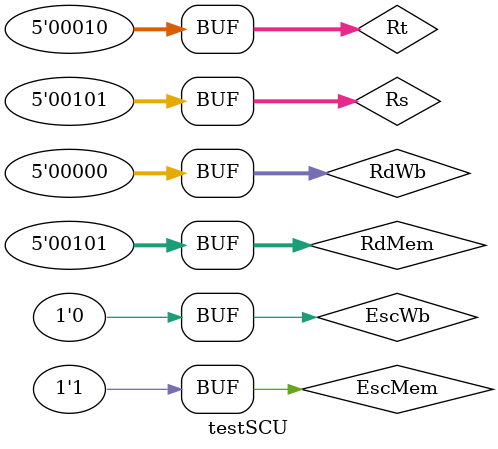
<source format=v>
`timescale 1ns / 1ps


module testSCU;

	// Inputs
	reg [4:0] Rt;
	reg [4:0] Rs;
	reg [4:0] RdWb;
	reg [4:0] RdMem;
	reg EscWb;
	reg EscMem;

	// Outputs
	wire [1:0] forA;
	wire [1:0] forB;

	// Instantiate the Unit Under Test (UUT)
	Cortocircuito uut (
		.Rt(Rt), 
		.Rs(Rs), 
		.RdWb(RdWb), 
		.RdMem(RdMem), 
		.forA(forA), 
		.forB(forB), 
		.EscWb(EscWb), 
		.EscMem(EscMem)
	);

	initial begin
		// Initialize Inputs
		Rt = 0;
		Rs = 0;
		RdWb = 0;
		RdMem = 0;
		EscWb = 0;
		EscMem = 0;

		// Wait 100 ns for global reset to finish
		#100;
		Rt = 2;
		Rs = 0;
		RdWb = 2;
		RdMem = 0;
		EscWb = 1;
		EscMem = 0;
		#100;
		Rt = 2;
		Rs = 5;
		RdWb = 0;
		RdMem = 5;
		EscWb = 0;
		EscMem = 1;
        
		// Add stimulus here

	end
      
endmodule


</source>
